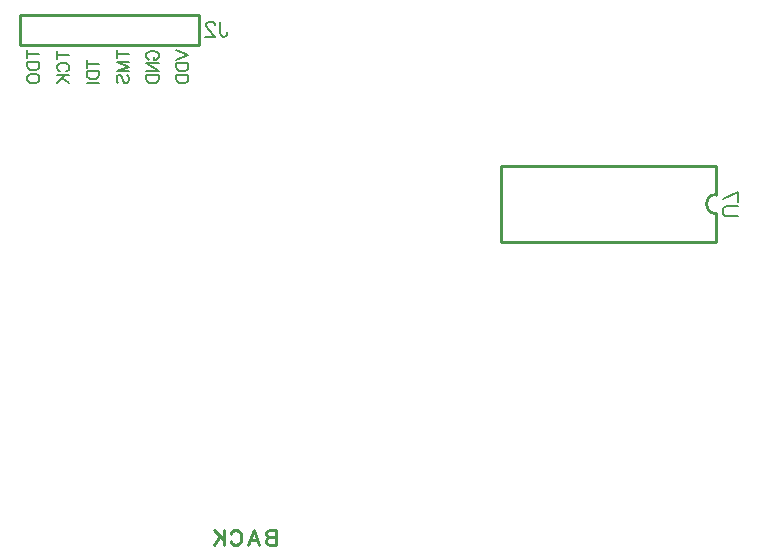
<source format=gbr>
G04 DipTrace 4.0.0.4*
G04 BottomSilk.gbr*
%MOIN*%
G04 #@! TF.FileFunction,Legend,Bot*
G04 #@! TF.Part,Single*
%ADD10C,0.009843*%
%ADD75C,0.00772*%
%ADD77C,0.006176*%
%ADD78C,0.010936*%
%FSLAX26Y26*%
G04*
G70*
G90*
G75*
G01*
G04 BotSilk*
%LPD*%
X1609353Y2474953D2*
D10*
Y2374950D1*
X2209298D1*
Y2474953D1*
X1609353D1*
X3930073Y1717699D2*
X3213577D1*
X3930073Y1969702D2*
X3213577D1*
Y1717699D2*
Y1969702D1*
X3930073Y1717699D2*
Y1812213D1*
Y1875189D2*
Y1969702D1*
Y1812213D2*
G02X3930073Y1875189I34J31488D01*
G01*
X1635392Y2342279D2*
D77*
X1675584D1*
X1635392Y2355677D2*
Y2328882D1*
Y2316531D2*
X1675584D1*
Y2303133D1*
X1673639Y2297385D1*
X1669836Y2293538D1*
X1665990Y2291637D1*
X1660286Y2289736D1*
X1650691D1*
X1644943Y2291637D1*
X1641140Y2293538D1*
X1637294Y2297385D1*
X1635392Y2303133D1*
Y2316531D1*
Y2265888D2*
X1637294Y2269735D1*
X1641140Y2273538D1*
X1644943Y2275483D1*
X1650691Y2277385D1*
X1660286D1*
X1665990Y2275483D1*
X1669836Y2273538D1*
X1673639Y2269735D1*
X1675584Y2265888D1*
Y2258239D1*
X1673639Y2254437D1*
X1669836Y2250590D1*
X1665990Y2248689D1*
X1660286Y2246787D1*
X1650691D1*
X1644943Y2248689D1*
X1641140Y2250590D1*
X1637294Y2254437D1*
X1635392Y2258239D1*
Y2265888D1*
X1734699Y2340378D2*
X1774891D1*
X1734699Y2353775D2*
Y2326981D1*
X1744249Y2285933D2*
X1740447Y2287835D1*
X1736600Y2291681D1*
X1734699Y2295484D1*
Y2303133D1*
X1736600Y2306980D1*
X1740447Y2310783D1*
X1744249Y2312728D1*
X1749997Y2314629D1*
X1759592D1*
X1765296Y2312728D1*
X1769143Y2310783D1*
X1772945Y2306980D1*
X1774891Y2303133D1*
Y2295484D1*
X1772945Y2291681D1*
X1769143Y2287835D1*
X1765296Y2285933D1*
X1734699Y2273582D2*
X1774891D1*
X1734699Y2246787D2*
X1761493Y2273582D1*
X1751899Y2264031D2*
X1774891Y2246787D1*
X1834005Y2311682D2*
X1874197D1*
X1834005Y2325079D2*
Y2298285D1*
Y2285933D2*
X1874197D1*
Y2272536D1*
X1872252Y2266788D1*
X1868449Y2262941D1*
X1864602Y2261040D1*
X1858898Y2259139D1*
X1849304D1*
X1843556Y2261040D1*
X1839753Y2262941D1*
X1835906Y2266788D1*
X1834005Y2272536D1*
Y2285933D1*
Y2246787D2*
X1874197D1*
X1933311Y2342279D2*
X1973503D1*
X1933311Y2355677D2*
Y2328882D1*
X1973503Y2285933D2*
X1933311D1*
X1973503Y2301232D1*
X1933311Y2316531D1*
X1973503D1*
X1939059Y2246787D2*
X1935213Y2250590D1*
X1933311Y2256338D1*
Y2263987D1*
X1935213Y2269735D1*
X1939059Y2273582D1*
X1942862D1*
X1946709Y2271637D1*
X1948610Y2269735D1*
X1950511Y2265933D1*
X1954358Y2254437D1*
X1956259Y2250590D1*
X1958205Y2248689D1*
X1962007Y2246787D1*
X1967755D1*
X1971558Y2250590D1*
X1973503Y2256338D1*
Y2263987D1*
X1971558Y2269735D1*
X1967755Y2273582D1*
X2042168Y2325079D2*
X2038366Y2326981D1*
X2034519Y2330827D1*
X2032618Y2334630D1*
Y2342279D1*
X2034519Y2346126D1*
X2038366Y2349929D1*
X2042168Y2351874D1*
X2047916Y2353775D1*
X2057511D1*
X2063215Y2351874D1*
X2067062Y2349929D1*
X2070864Y2346126D1*
X2072810Y2342279D1*
Y2334630D1*
X2070864Y2330827D1*
X2067062Y2326981D1*
X2063215Y2325079D1*
X2057511D1*
Y2334630D1*
X2032618Y2285933D2*
X2072810D1*
X2032618Y2312728D1*
X2072810D1*
X2032618Y2273582D2*
X2072810D1*
Y2260185D1*
X2070864Y2254437D1*
X2067062Y2250590D1*
X2063215Y2248689D1*
X2057511Y2246787D1*
X2047916D1*
X2042168Y2248689D1*
X2038366Y2250590D1*
X2034519Y2254437D1*
X2032618Y2260185D1*
Y2273582D1*
X2131924Y2355677D2*
X2172116Y2340378D1*
X2131924Y2325079D1*
Y2312728D2*
X2172116D1*
Y2299331D1*
X2170171Y2293583D1*
X2166368Y2289736D1*
X2162521Y2287835D1*
X2156818Y2285933D1*
X2147223D1*
X2141475Y2287835D1*
X2137672Y2289736D1*
X2133825Y2293583D1*
X2131924Y2299331D1*
Y2312728D1*
Y2273582D2*
X2172116D1*
Y2260185D1*
X2170171Y2254437D1*
X2166368Y2250590D1*
X2162521Y2248689D1*
X2156818Y2246787D1*
X2147223D1*
X2141475Y2248689D1*
X2137672Y2250590D1*
X2133825Y2254437D1*
X2131924Y2260185D1*
Y2273582D1*
X2464234Y757247D2*
D78*
Y707007D1*
X2442679D1*
X2435494Y709439D1*
X2433117Y711815D1*
X2430741Y716568D1*
Y723753D1*
X2433117Y728562D1*
X2435494Y730938D1*
X2442679Y733315D1*
X2435494Y735747D1*
X2433117Y738123D1*
X2430741Y742877D1*
Y747685D1*
X2433117Y752438D1*
X2435494Y754870D1*
X2442679Y757247D1*
X2464234D1*
Y733315D2*
X2442679D1*
X2370567Y707007D2*
X2389745Y757247D1*
X2408868Y707007D1*
X2401683Y723753D2*
X2377752D1*
X2312824Y745308D2*
X2315201Y750062D1*
X2320010Y754870D1*
X2324763Y757247D1*
X2334324D1*
X2339133Y754870D1*
X2343886Y750062D1*
X2346318Y745308D1*
X2348694Y738123D1*
Y726130D1*
X2346318Y719000D1*
X2343886Y714192D1*
X2339133Y709439D1*
X2334324Y707007D1*
X2324763D1*
X2320010Y709439D1*
X2315201Y714192D1*
X2312824Y719000D1*
X2290952Y757247D2*
Y707007D1*
X2257459Y757247D2*
X2290952Y723753D1*
X2279014Y735747D2*
X2257459Y707007D1*
X2278077Y2451762D2*
D75*
Y2413516D1*
X2280453Y2406331D1*
X2282885Y2403954D1*
X2287638Y2401522D1*
X2292447D1*
X2297200Y2403954D1*
X2299576Y2406331D1*
X2302008Y2413516D1*
Y2418269D1*
X2260205Y2439769D2*
Y2442146D1*
X2257829Y2446954D1*
X2255452Y2449331D1*
X2250644Y2451707D1*
X2241082D1*
X2236329Y2449331D1*
X2233952Y2446954D1*
X2231521Y2442146D1*
Y2437392D1*
X2233952Y2432584D1*
X2238706Y2425454D1*
X2262637Y2401522D1*
X2229144D1*
X4003297Y1802488D2*
X3967427D1*
X3960242Y1804864D1*
X3955488Y1809673D1*
X3953057Y1816858D1*
Y1821611D1*
X3955488Y1828796D1*
X3960242Y1833605D1*
X3967427Y1835981D1*
X4003297D1*
X3953057Y1860982D2*
X4003241Y1884914D1*
Y1851420D1*
M02*

</source>
